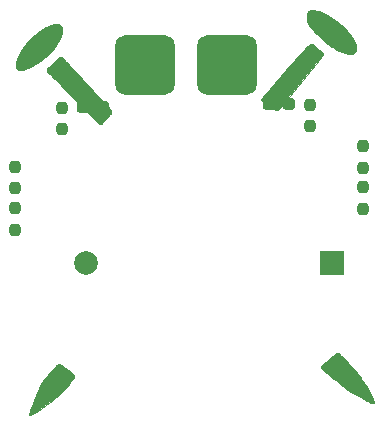
<source format=gbr>
%TF.GenerationSoftware,KiCad,Pcbnew,9.0.1*%
%TF.CreationDate,2025-05-12T23:40:56+02:00*%
%TF.ProjectId,knit_yarn,6b6e6974-5f79-4617-926e-2e6b69636164,rev?*%
%TF.SameCoordinates,Original*%
%TF.FileFunction,Soldermask,Bot*%
%TF.FilePolarity,Negative*%
%FSLAX46Y46*%
G04 Gerber Fmt 4.6, Leading zero omitted, Abs format (unit mm)*
G04 Created by KiCad (PCBNEW 9.0.1) date 2025-05-12 23:40:56*
%MOMM*%
%LPD*%
G01*
G04 APERTURE LIST*
G04 Aperture macros list*
%AMRoundRect*
0 Rectangle with rounded corners*
0 $1 Rounding radius*
0 $2 $3 $4 $5 $6 $7 $8 $9 X,Y pos of 4 corners*
0 Add a 4 corners polygon primitive as box body*
4,1,4,$2,$3,$4,$5,$6,$7,$8,$9,$2,$3,0*
0 Add four circle primitives for the rounded corners*
1,1,$1+$1,$2,$3*
1,1,$1+$1,$4,$5*
1,1,$1+$1,$6,$7*
1,1,$1+$1,$8,$9*
0 Add four rect primitives between the rounded corners*
20,1,$1+$1,$2,$3,$4,$5,0*
20,1,$1+$1,$4,$5,$6,$7,0*
20,1,$1+$1,$6,$7,$8,$9,0*
20,1,$1+$1,$8,$9,$2,$3,0*%
G04 Aperture macros list end*
%ADD10C,0.100000*%
%ADD11RoundRect,0.237500X0.237500X-0.250000X0.237500X0.250000X-0.237500X0.250000X-0.237500X-0.250000X0*%
%ADD12RoundRect,0.237500X0.287500X0.237500X-0.287500X0.237500X-0.287500X-0.237500X0.287500X-0.237500X0*%
%ADD13RoundRect,0.237500X-0.287500X-0.237500X0.287500X-0.237500X0.287500X0.237500X-0.287500X0.237500X0*%
%ADD14RoundRect,0.237500X0.035355X0.371231X-0.371231X-0.035355X-0.035355X-0.371231X0.371231X0.035355X0*%
%ADD15RoundRect,0.750000X1.750000X1.750000X-1.750000X1.750000X-1.750000X-1.750000X1.750000X-1.750000X0*%
%ADD16C,2.000000*%
%ADD17R,2.000000X2.000000*%
%ADD18RoundRect,0.237500X-0.237500X0.250000X-0.237500X-0.250000X0.237500X-0.250000X0.237500X0.250000X0*%
%ADD19RoundRect,0.237500X-0.371231X0.035355X0.035355X-0.371231X0.371231X-0.035355X-0.035355X0.371231X0*%
%ADD20RoundRect,0.237500X-0.035355X-0.371231X0.371231X0.035355X0.035355X0.371231X-0.371231X-0.035355X0*%
%ADD21RoundRect,0.237500X0.371231X-0.035355X-0.035355X0.371231X-0.371231X0.035355X0.035355X-0.371231X0*%
G04 APERTURE END LIST*
D10*
X88500000Y-73500000D02*
X88519383Y-73500893D01*
X88538290Y-73502375D01*
X88556766Y-73504433D01*
X88574861Y-73507057D01*
X88592620Y-73510235D01*
X88610090Y-73513954D01*
X88627319Y-73518203D01*
X88644353Y-73522971D01*
X88661240Y-73528245D01*
X88678027Y-73534014D01*
X88694745Y-73540271D01*
X88711375Y-73547023D01*
X88727880Y-73554282D01*
X88744226Y-73562059D01*
X88760377Y-73570366D01*
X88776298Y-73579215D01*
X88791955Y-73588618D01*
X88807310Y-73598586D01*
X88822331Y-73609131D01*
X88836980Y-73620265D01*
X88851223Y-73632000D01*
X88865026Y-73644348D01*
X88878351Y-73657320D01*
X88891165Y-73670927D01*
X88903432Y-73685183D01*
X88915117Y-73700098D01*
X88926189Y-73715679D01*
X88936634Y-73731917D01*
X88946441Y-73748801D01*
X88955600Y-73766314D01*
X88964102Y-73784446D01*
X88971936Y-73803181D01*
X88979092Y-73822507D01*
X88985560Y-73842410D01*
X88991330Y-73862877D01*
X88996392Y-73883894D01*
X89000736Y-73905449D01*
X89004352Y-73927527D01*
X89007229Y-73950115D01*
X89009358Y-73973200D01*
X89010729Y-73996768D01*
X89011332Y-74020806D01*
X89011140Y-74045311D01*
X89010159Y-74070326D01*
X89008372Y-74095905D01*
X89005765Y-74122101D01*
X89002321Y-74148969D01*
X88998025Y-74176561D01*
X88992862Y-74204931D01*
X88986816Y-74234134D01*
X88979872Y-74264222D01*
X88972014Y-74295250D01*
X88963227Y-74327272D01*
X88953495Y-74360340D01*
X88942803Y-74394510D01*
X88931135Y-74429833D01*
X88904810Y-74504159D01*
X88874394Y-74583596D01*
X88839737Y-74667824D01*
X88800677Y-74756374D01*
X88757054Y-74848776D01*
X88708707Y-74944561D01*
X88655473Y-75043258D01*
X88597193Y-75144398D01*
X88533704Y-75247512D01*
X88464846Y-75352165D01*
X88390458Y-75458065D01*
X88310380Y-75564958D01*
X88224450Y-75672590D01*
X88132506Y-75780705D01*
X88084229Y-75834864D01*
X88034388Y-75889048D01*
X87982963Y-75943226D01*
X87929934Y-75997365D01*
X87875281Y-76051434D01*
X87818983Y-76105401D01*
X87701507Y-76212860D01*
X87578005Y-76319285D01*
X87449107Y-76424179D01*
X87315445Y-76527046D01*
X87177649Y-76627389D01*
X87036349Y-76724713D01*
X86892177Y-76818521D01*
X86745762Y-76908316D01*
X86597948Y-76993538D01*
X86450431Y-77073377D01*
X86305115Y-77146961D01*
X86163907Y-77213417D01*
X86028713Y-77271873D01*
X85901437Y-77321457D01*
X85783987Y-77361296D01*
X85729541Y-77377288D01*
X85678267Y-77390517D01*
X85630341Y-77400929D01*
X85585699Y-77408693D01*
X85544214Y-77414030D01*
X85505762Y-77417164D01*
X85470215Y-77418319D01*
X85437448Y-77417717D01*
X85407336Y-77415582D01*
X85379753Y-77412136D01*
X85354572Y-77407602D01*
X85331667Y-77402205D01*
X85310914Y-77396166D01*
X85292186Y-77389710D01*
X85260302Y-77376435D01*
X85235008Y-77364166D01*
X85215310Y-77354223D01*
X85207266Y-77349974D01*
X85200270Y-77346037D01*
X85194207Y-77342280D01*
X85188962Y-77338575D01*
X85186609Y-77336701D01*
X85184417Y-77334793D01*
X85182372Y-77332832D01*
X85180458Y-77330804D01*
X85178662Y-77328692D01*
X85176969Y-77326480D01*
X85175365Y-77324152D01*
X85173835Y-77321691D01*
X85170938Y-77316308D01*
X85168164Y-77310203D01*
X85165397Y-77303244D01*
X85162520Y-77295305D01*
X85155977Y-77275965D01*
X85155980Y-77275961D01*
X85117035Y-77158702D01*
X85095738Y-77093790D01*
X85078091Y-77038863D01*
X85074670Y-77027871D01*
X85071717Y-77017927D01*
X85069244Y-77008793D01*
X85067263Y-77000227D01*
X85065785Y-76991991D01*
X85064822Y-76983844D01*
X85064386Y-76975545D01*
X85064488Y-76966856D01*
X85065141Y-76957536D01*
X85066356Y-76947345D01*
X85068145Y-76936043D01*
X85070519Y-76923390D01*
X85073491Y-76909147D01*
X85077072Y-76893072D01*
X85086107Y-76854471D01*
X85112325Y-76748377D01*
X85130139Y-76682043D01*
X85151536Y-76607924D01*
X85176853Y-76526825D01*
X85206425Y-76439552D01*
X85222911Y-76393852D01*
X85240587Y-76346910D01*
X85259495Y-76298827D01*
X85279676Y-76249704D01*
X85324073Y-76148598D01*
X85374350Y-76043694D01*
X85431122Y-75934953D01*
X85495008Y-75822332D01*
X85529812Y-75764555D01*
X85566626Y-75705793D01*
X85605527Y-75646040D01*
X85646593Y-75585293D01*
X85689901Y-75523546D01*
X85735527Y-75460794D01*
X85783549Y-75397031D01*
X85834045Y-75332253D01*
X85942411Y-75199915D01*
X86059488Y-75065162D01*
X86183787Y-74929659D01*
X86313816Y-74795068D01*
X86448087Y-74663055D01*
X86585110Y-74535283D01*
X86723395Y-74413417D01*
X86861453Y-74299120D01*
X86929943Y-74245290D01*
X86997893Y-74193734D01*
X87131728Y-74097300D01*
X87262073Y-74009538D01*
X87388042Y-73930164D01*
X87508749Y-73858898D01*
X87623309Y-73795457D01*
X87730836Y-73739558D01*
X87830445Y-73690921D01*
X87921512Y-73649222D01*
X88004472Y-73613966D01*
X88080022Y-73584616D01*
X88148861Y-73560635D01*
X88211686Y-73541486D01*
X88269197Y-73526632D01*
X88322091Y-73515537D01*
X88371065Y-73507663D01*
X88394294Y-73504777D01*
X88416764Y-73502551D01*
X88438523Y-73500971D01*
X88459617Y-73500028D01*
X88480094Y-73499708D01*
X88500000Y-73500000D01*
G36*
X88500000Y-73500000D02*
G01*
X88519383Y-73500893D01*
X88538290Y-73502375D01*
X88556766Y-73504433D01*
X88574861Y-73507057D01*
X88592620Y-73510235D01*
X88610090Y-73513954D01*
X88627319Y-73518203D01*
X88644353Y-73522971D01*
X88661240Y-73528245D01*
X88678027Y-73534014D01*
X88694745Y-73540271D01*
X88711375Y-73547023D01*
X88727880Y-73554282D01*
X88744226Y-73562059D01*
X88760377Y-73570366D01*
X88776298Y-73579215D01*
X88791955Y-73588618D01*
X88807310Y-73598586D01*
X88822331Y-73609131D01*
X88836980Y-73620265D01*
X88851223Y-73632000D01*
X88865026Y-73644348D01*
X88878351Y-73657320D01*
X88891165Y-73670927D01*
X88903432Y-73685183D01*
X88915117Y-73700098D01*
X88926189Y-73715679D01*
X88936634Y-73731917D01*
X88946441Y-73748801D01*
X88955600Y-73766314D01*
X88964102Y-73784446D01*
X88971936Y-73803181D01*
X88979092Y-73822507D01*
X88985560Y-73842410D01*
X88991330Y-73862877D01*
X88996392Y-73883894D01*
X89000736Y-73905449D01*
X89004352Y-73927527D01*
X89007229Y-73950115D01*
X89009358Y-73973200D01*
X89010729Y-73996768D01*
X89011332Y-74020806D01*
X89011140Y-74045311D01*
X89010159Y-74070326D01*
X89008372Y-74095905D01*
X89005765Y-74122101D01*
X89002321Y-74148969D01*
X88998025Y-74176561D01*
X88992862Y-74204931D01*
X88986816Y-74234134D01*
X88979872Y-74264222D01*
X88972014Y-74295250D01*
X88963227Y-74327272D01*
X88953495Y-74360340D01*
X88942803Y-74394510D01*
X88931135Y-74429833D01*
X88904810Y-74504159D01*
X88874394Y-74583596D01*
X88839737Y-74667824D01*
X88800677Y-74756374D01*
X88757054Y-74848776D01*
X88708707Y-74944561D01*
X88655473Y-75043258D01*
X88597193Y-75144398D01*
X88533704Y-75247512D01*
X88464846Y-75352165D01*
X88390458Y-75458065D01*
X88310380Y-75564958D01*
X88224450Y-75672590D01*
X88132506Y-75780705D01*
X88084229Y-75834864D01*
X88034388Y-75889048D01*
X87982963Y-75943226D01*
X87929934Y-75997365D01*
X87875281Y-76051434D01*
X87818983Y-76105401D01*
X87701507Y-76212860D01*
X87578005Y-76319285D01*
X87449107Y-76424179D01*
X87315445Y-76527046D01*
X87177649Y-76627389D01*
X87036349Y-76724713D01*
X86892177Y-76818521D01*
X86745762Y-76908316D01*
X86597948Y-76993538D01*
X86450431Y-77073377D01*
X86305115Y-77146961D01*
X86163907Y-77213417D01*
X86028713Y-77271873D01*
X85901437Y-77321457D01*
X85783987Y-77361296D01*
X85729541Y-77377288D01*
X85678267Y-77390517D01*
X85630341Y-77400929D01*
X85585699Y-77408693D01*
X85544214Y-77414030D01*
X85505762Y-77417164D01*
X85470215Y-77418319D01*
X85437448Y-77417717D01*
X85407336Y-77415582D01*
X85379753Y-77412136D01*
X85354572Y-77407602D01*
X85331667Y-77402205D01*
X85310914Y-77396166D01*
X85292186Y-77389710D01*
X85260302Y-77376435D01*
X85235008Y-77364166D01*
X85215310Y-77354223D01*
X85207266Y-77349974D01*
X85200270Y-77346037D01*
X85194207Y-77342280D01*
X85188962Y-77338575D01*
X85186609Y-77336701D01*
X85184417Y-77334793D01*
X85182372Y-77332832D01*
X85180458Y-77330804D01*
X85178662Y-77328692D01*
X85176969Y-77326480D01*
X85175365Y-77324152D01*
X85173835Y-77321691D01*
X85170938Y-77316308D01*
X85168164Y-77310203D01*
X85165397Y-77303244D01*
X85162520Y-77295305D01*
X85155977Y-77275965D01*
X85155980Y-77275961D01*
X85117035Y-77158702D01*
X85095738Y-77093790D01*
X85078091Y-77038863D01*
X85074670Y-77027871D01*
X85071717Y-77017927D01*
X85069244Y-77008793D01*
X85067263Y-77000227D01*
X85065785Y-76991991D01*
X85064822Y-76983844D01*
X85064386Y-76975545D01*
X85064488Y-76966856D01*
X85065141Y-76957536D01*
X85066356Y-76947345D01*
X85068145Y-76936043D01*
X85070519Y-76923390D01*
X85073491Y-76909147D01*
X85077072Y-76893072D01*
X85086107Y-76854471D01*
X85112325Y-76748377D01*
X85130139Y-76682043D01*
X85151536Y-76607924D01*
X85176853Y-76526825D01*
X85206425Y-76439552D01*
X85222911Y-76393852D01*
X85240587Y-76346910D01*
X85259495Y-76298827D01*
X85279676Y-76249704D01*
X85324073Y-76148598D01*
X85374350Y-76043694D01*
X85431122Y-75934953D01*
X85495008Y-75822332D01*
X85529812Y-75764555D01*
X85566626Y-75705793D01*
X85605527Y-75646040D01*
X85646593Y-75585293D01*
X85689901Y-75523546D01*
X85735527Y-75460794D01*
X85783549Y-75397031D01*
X85834045Y-75332253D01*
X85942411Y-75199915D01*
X86059488Y-75065162D01*
X86183787Y-74929659D01*
X86313816Y-74795068D01*
X86448087Y-74663055D01*
X86585110Y-74535283D01*
X86723395Y-74413417D01*
X86861453Y-74299120D01*
X86929943Y-74245290D01*
X86997893Y-74193734D01*
X87131728Y-74097300D01*
X87262073Y-74009538D01*
X87388042Y-73930164D01*
X87508749Y-73858898D01*
X87623309Y-73795457D01*
X87730836Y-73739558D01*
X87830445Y-73690921D01*
X87921512Y-73649222D01*
X88004472Y-73613966D01*
X88080022Y-73584616D01*
X88148861Y-73560635D01*
X88211686Y-73541486D01*
X88269197Y-73526632D01*
X88322091Y-73515537D01*
X88371065Y-73507663D01*
X88394294Y-73504777D01*
X88416764Y-73502551D01*
X88438523Y-73500971D01*
X88459617Y-73500028D01*
X88480094Y-73499708D01*
X88500000Y-73500000D01*
G37*
X88888774Y-76268025D02*
X88907385Y-76271926D01*
X88919250Y-76277386D01*
X88934143Y-76286565D01*
X88976981Y-76320210D01*
X89043831Y-76381130D01*
X89142627Y-76477592D01*
X89281301Y-76617865D01*
X89467785Y-76810218D01*
X89710013Y-77062917D01*
X91137436Y-78572518D01*
X91908917Y-79398083D01*
X92545967Y-80089004D01*
X92669496Y-80225288D01*
X92777314Y-80345939D01*
X92870224Y-80452265D01*
X92911338Y-80500464D01*
X92949024Y-80545572D01*
X92983384Y-80587752D01*
X93014516Y-80627168D01*
X93042521Y-80663982D01*
X93067500Y-80698359D01*
X93089551Y-80730461D01*
X93108775Y-80760453D01*
X93125272Y-80788497D01*
X93139143Y-80814757D01*
X93150487Y-80839395D01*
X93159404Y-80862577D01*
X93165994Y-80884465D01*
X93170357Y-80905221D01*
X93172594Y-80925011D01*
X93172804Y-80943997D01*
X93171088Y-80962342D01*
X93167545Y-80980210D01*
X93162276Y-80997764D01*
X93155380Y-81015168D01*
X93146958Y-81032586D01*
X93137110Y-81050179D01*
X93125935Y-81068112D01*
X93113534Y-81086549D01*
X93085453Y-81125585D01*
X93018493Y-81214414D01*
X92940205Y-81314771D01*
X92854079Y-81422296D01*
X92763604Y-81532626D01*
X92672270Y-81641398D01*
X92583566Y-81744252D01*
X92500982Y-81836824D01*
X92428008Y-81914752D01*
X92395934Y-81946821D01*
X92365882Y-81973343D01*
X92336599Y-81993523D01*
X92321853Y-82000986D01*
X92306830Y-82006565D01*
X92291372Y-82010161D01*
X92275324Y-82011675D01*
X92258527Y-82011006D01*
X92240825Y-82008056D01*
X92222063Y-82002726D01*
X92202082Y-81994914D01*
X92180727Y-81984524D01*
X92157841Y-81971454D01*
X92106848Y-81936880D01*
X92047851Y-81890396D01*
X91979595Y-81831209D01*
X91900828Y-81758521D01*
X91810296Y-81671538D01*
X91706746Y-81569466D01*
X91455579Y-81316868D01*
X89967870Y-79799235D01*
X88494765Y-78288476D01*
X88494761Y-78288476D01*
X88252014Y-78039274D01*
X88069426Y-77851640D01*
X87997949Y-77778038D01*
X87938221Y-77716381D01*
X87889143Y-77665518D01*
X87849619Y-77624301D01*
X87833097Y-77606950D01*
X87818552Y-77591580D01*
X87805846Y-77578046D01*
X87794843Y-77566206D01*
X87785406Y-77555915D01*
X87777396Y-77547030D01*
X87770678Y-77539407D01*
X87765114Y-77532902D01*
X87760567Y-77527373D01*
X87756899Y-77522674D01*
X87753974Y-77518663D01*
X87751654Y-77515195D01*
X87749803Y-77512128D01*
X87748282Y-77509317D01*
X87746955Y-77506619D01*
X87745685Y-77503890D01*
X87739976Y-77491410D01*
X87733478Y-77476635D01*
X87726687Y-77460061D01*
X87720094Y-77442185D01*
X87717027Y-77432914D01*
X87714195Y-77423503D01*
X87711660Y-77414016D01*
X87709484Y-77404513D01*
X87707727Y-77395057D01*
X87706453Y-77385709D01*
X87705723Y-77376533D01*
X87705598Y-77367590D01*
X87706178Y-77358896D01*
X87707607Y-77350274D01*
X87710063Y-77341501D01*
X87713723Y-77332353D01*
X87718766Y-77322608D01*
X87725369Y-77312043D01*
X87733710Y-77300434D01*
X87743967Y-77287558D01*
X87756319Y-77273192D01*
X87770942Y-77257113D01*
X87807714Y-77218924D01*
X87855708Y-77171205D01*
X87916347Y-77112171D01*
X88074766Y-76959853D01*
X88261963Y-76781873D01*
X88450449Y-76604966D01*
X88612737Y-76455868D01*
X88646101Y-76425974D01*
X88676322Y-76399314D01*
X88703614Y-76375715D01*
X88728189Y-76355002D01*
X88750261Y-76337000D01*
X88770042Y-76321535D01*
X88787746Y-76308432D01*
X88795886Y-76302712D01*
X88803587Y-76297517D01*
X88810874Y-76292825D01*
X88817776Y-76288615D01*
X88824318Y-76284865D01*
X88830527Y-76281553D01*
X88836430Y-76278657D01*
X88842053Y-76276155D01*
X88847424Y-76274025D01*
X88852568Y-76272247D01*
X88857513Y-76270797D01*
X88862285Y-76269654D01*
X88866910Y-76268797D01*
X88871416Y-76268203D01*
X88875828Y-76267850D01*
X88880174Y-76267718D01*
X88888774Y-76268025D01*
G36*
X88888774Y-76268025D02*
G01*
X88907385Y-76271926D01*
X88919250Y-76277386D01*
X88934143Y-76286565D01*
X88976981Y-76320210D01*
X89043831Y-76381130D01*
X89142627Y-76477592D01*
X89281301Y-76617865D01*
X89467785Y-76810218D01*
X89710013Y-77062917D01*
X91137436Y-78572518D01*
X91908917Y-79398083D01*
X92545967Y-80089004D01*
X92669496Y-80225288D01*
X92777314Y-80345939D01*
X92870224Y-80452265D01*
X92911338Y-80500464D01*
X92949024Y-80545572D01*
X92983384Y-80587752D01*
X93014516Y-80627168D01*
X93042521Y-80663982D01*
X93067500Y-80698359D01*
X93089551Y-80730461D01*
X93108775Y-80760453D01*
X93125272Y-80788497D01*
X93139143Y-80814757D01*
X93150487Y-80839395D01*
X93159404Y-80862577D01*
X93165994Y-80884465D01*
X93170357Y-80905221D01*
X93172594Y-80925011D01*
X93172804Y-80943997D01*
X93171088Y-80962342D01*
X93167545Y-80980210D01*
X93162276Y-80997764D01*
X93155380Y-81015168D01*
X93146958Y-81032586D01*
X93137110Y-81050179D01*
X93125935Y-81068112D01*
X93113534Y-81086549D01*
X93085453Y-81125585D01*
X93018493Y-81214414D01*
X92940205Y-81314771D01*
X92854079Y-81422296D01*
X92763604Y-81532626D01*
X92672270Y-81641398D01*
X92583566Y-81744252D01*
X92500982Y-81836824D01*
X92428008Y-81914752D01*
X92395934Y-81946821D01*
X92365882Y-81973343D01*
X92336599Y-81993523D01*
X92321853Y-82000986D01*
X92306830Y-82006565D01*
X92291372Y-82010161D01*
X92275324Y-82011675D01*
X92258527Y-82011006D01*
X92240825Y-82008056D01*
X92222063Y-82002726D01*
X92202082Y-81994914D01*
X92180727Y-81984524D01*
X92157841Y-81971454D01*
X92106848Y-81936880D01*
X92047851Y-81890396D01*
X91979595Y-81831209D01*
X91900828Y-81758521D01*
X91810296Y-81671538D01*
X91706746Y-81569466D01*
X91455579Y-81316868D01*
X89967870Y-79799235D01*
X88494765Y-78288476D01*
X88494761Y-78288476D01*
X88252014Y-78039274D01*
X88069426Y-77851640D01*
X87997949Y-77778038D01*
X87938221Y-77716381D01*
X87889143Y-77665518D01*
X87849619Y-77624301D01*
X87833097Y-77606950D01*
X87818552Y-77591580D01*
X87805846Y-77578046D01*
X87794843Y-77566206D01*
X87785406Y-77555915D01*
X87777396Y-77547030D01*
X87770678Y-77539407D01*
X87765114Y-77532902D01*
X87760567Y-77527373D01*
X87756899Y-77522674D01*
X87753974Y-77518663D01*
X87751654Y-77515195D01*
X87749803Y-77512128D01*
X87748282Y-77509317D01*
X87746955Y-77506619D01*
X87745685Y-77503890D01*
X87739976Y-77491410D01*
X87733478Y-77476635D01*
X87726687Y-77460061D01*
X87720094Y-77442185D01*
X87717027Y-77432914D01*
X87714195Y-77423503D01*
X87711660Y-77414016D01*
X87709484Y-77404513D01*
X87707727Y-77395057D01*
X87706453Y-77385709D01*
X87705723Y-77376533D01*
X87705598Y-77367590D01*
X87706178Y-77358896D01*
X87707607Y-77350274D01*
X87710063Y-77341501D01*
X87713723Y-77332353D01*
X87718766Y-77322608D01*
X87725369Y-77312043D01*
X87733710Y-77300434D01*
X87743967Y-77287558D01*
X87756319Y-77273192D01*
X87770942Y-77257113D01*
X87807714Y-77218924D01*
X87855708Y-77171205D01*
X87916347Y-77112171D01*
X88074766Y-76959853D01*
X88261963Y-76781873D01*
X88450449Y-76604966D01*
X88612737Y-76455868D01*
X88646101Y-76425974D01*
X88676322Y-76399314D01*
X88703614Y-76375715D01*
X88728189Y-76355002D01*
X88750261Y-76337000D01*
X88770042Y-76321535D01*
X88787746Y-76308432D01*
X88795886Y-76302712D01*
X88803587Y-76297517D01*
X88810874Y-76292825D01*
X88817776Y-76288615D01*
X88824318Y-76284865D01*
X88830527Y-76281553D01*
X88836430Y-76278657D01*
X88842053Y-76276155D01*
X88847424Y-76274025D01*
X88852568Y-76272247D01*
X88857513Y-76270797D01*
X88862285Y-76269654D01*
X88866910Y-76268797D01*
X88871416Y-76268203D01*
X88875828Y-76267850D01*
X88880174Y-76267718D01*
X88888774Y-76268025D01*
G37*
X110100690Y-72352355D02*
X110117010Y-72352504D01*
X110167687Y-72353099D01*
X110167691Y-72353107D01*
X110247490Y-72354449D01*
X110296243Y-72355868D01*
X110349089Y-72358087D01*
X110404674Y-72361331D01*
X110461642Y-72365824D01*
X110518637Y-72371791D01*
X110574303Y-72379458D01*
X110601255Y-72383995D01*
X110627609Y-72389011D01*
X110653439Y-72394504D01*
X110678820Y-72400470D01*
X110703825Y-72406906D01*
X110728528Y-72413808D01*
X110777323Y-72428997D01*
X110825796Y-72446012D01*
X110874538Y-72464825D01*
X110924139Y-72485410D01*
X110975191Y-72507741D01*
X111028275Y-72531865D01*
X111083948Y-72558137D01*
X111142763Y-72586986D01*
X111205269Y-72618842D01*
X111272017Y-72654134D01*
X111343556Y-72693292D01*
X111420437Y-72736746D01*
X111503210Y-72784924D01*
X111592115Y-72838062D01*
X111686133Y-72895616D01*
X111783935Y-72956847D01*
X111884194Y-73021017D01*
X111985580Y-73087388D01*
X112086764Y-73155223D01*
X112186419Y-73223783D01*
X112283215Y-73292330D01*
X112376120Y-73360318D01*
X112465279Y-73427970D01*
X112551135Y-73495701D01*
X112634132Y-73563930D01*
X112714713Y-73633071D01*
X112793321Y-73703541D01*
X112870398Y-73775756D01*
X112946389Y-73850133D01*
X113021600Y-73926955D01*
X113095790Y-74005978D01*
X113168585Y-74086826D01*
X113239607Y-74169123D01*
X113308482Y-74252494D01*
X113374833Y-74336563D01*
X113438285Y-74420955D01*
X113498463Y-74505293D01*
X113555027Y-74589227D01*
X113607793Y-74672502D01*
X113656612Y-74754891D01*
X113701338Y-74836165D01*
X113741822Y-74916097D01*
X113777918Y-74994459D01*
X113809476Y-75071023D01*
X113823508Y-75108559D01*
X113836350Y-75145560D01*
X113847994Y-75181994D01*
X113858464Y-75217816D01*
X113867798Y-75252976D01*
X113876028Y-75287427D01*
X113883192Y-75321119D01*
X113889323Y-75354004D01*
X113894458Y-75386033D01*
X113898632Y-75417158D01*
X113901879Y-75447331D01*
X113904235Y-75476501D01*
X113905735Y-75504621D01*
X113906415Y-75531643D01*
X113906310Y-75557516D01*
X113905454Y-75582194D01*
X113903884Y-75605626D01*
X113901635Y-75627766D01*
X113898738Y-75648586D01*
X113895226Y-75668152D01*
X113891128Y-75686554D01*
X113886471Y-75703881D01*
X113881284Y-75720221D01*
X113875596Y-75735663D01*
X113869435Y-75750296D01*
X113862830Y-75764210D01*
X113855809Y-75777493D01*
X113848400Y-75790234D01*
X113840633Y-75802522D01*
X113832535Y-75814445D01*
X113815460Y-75837556D01*
X113797406Y-75860277D01*
X113778530Y-75883134D01*
X113758714Y-75905896D01*
X113748395Y-75917112D01*
X113737771Y-75928148D01*
X113726818Y-75938952D01*
X113715513Y-75949473D01*
X113703832Y-75959658D01*
X113691751Y-75969456D01*
X113679248Y-75978814D01*
X113666298Y-75987681D01*
X113652878Y-75996004D01*
X113638965Y-76003731D01*
X113624536Y-76010812D01*
X113609566Y-76017192D01*
X113594033Y-76022834D01*
X113577922Y-76027747D01*
X113561216Y-76031955D01*
X113543902Y-76035483D01*
X113525964Y-76038352D01*
X113507386Y-76040588D01*
X113488154Y-76042212D01*
X113468253Y-76043250D01*
X113447667Y-76043723D01*
X113426382Y-76043656D01*
X113404381Y-76043073D01*
X113381651Y-76041996D01*
X113358176Y-76040449D01*
X113333941Y-76038456D01*
X113283129Y-76033224D01*
X113229113Y-76026413D01*
X113171849Y-76017816D01*
X113111310Y-76007152D01*
X113047469Y-75994138D01*
X112980299Y-75978494D01*
X112909773Y-75959937D01*
X112835864Y-75938186D01*
X112758545Y-75912959D01*
X112677814Y-75883993D01*
X112593769Y-75851108D01*
X112506530Y-75814143D01*
X112416218Y-75772936D01*
X112322953Y-75727327D01*
X112226855Y-75677154D01*
X112128045Y-75622256D01*
X112026644Y-75562472D01*
X111922773Y-75497654D01*
X111816555Y-75427710D01*
X111708108Y-75352558D01*
X111597555Y-75272117D01*
X111485014Y-75186308D01*
X111370608Y-75095049D01*
X111254456Y-74998259D01*
X111136679Y-74895858D01*
X111017602Y-74788086D01*
X110898351Y-74676462D01*
X110780255Y-74562825D01*
X110664641Y-74449014D01*
X110446179Y-74228225D01*
X110253594Y-74028804D01*
X110170043Y-73941115D01*
X110095245Y-73860755D01*
X110028822Y-73786033D01*
X109998634Y-73750257D01*
X109970399Y-73715257D01*
X109944070Y-73680820D01*
X109919600Y-73646736D01*
X109896942Y-73612792D01*
X109876049Y-73578778D01*
X109856875Y-73544482D01*
X109839371Y-73509692D01*
X109823491Y-73474198D01*
X109809189Y-73437787D01*
X109796414Y-73400314D01*
X109785104Y-73361887D01*
X109775198Y-73322682D01*
X109766631Y-73282873D01*
X109759339Y-73242635D01*
X109753258Y-73202142D01*
X109748325Y-73161569D01*
X109744476Y-73121089D01*
X109741647Y-73080878D01*
X109739774Y-73041110D01*
X109738643Y-72963600D01*
X109740572Y-72889956D01*
X109745051Y-72821574D01*
X109748093Y-72789755D01*
X109751614Y-72759551D01*
X109755580Y-72730915D01*
X109759961Y-72703797D01*
X109764724Y-72678148D01*
X109769837Y-72653921D01*
X109775269Y-72631066D01*
X109780988Y-72609535D01*
X109786962Y-72589279D01*
X109793158Y-72570250D01*
X109806094Y-72535676D01*
X109819541Y-72505424D01*
X109833243Y-72479105D01*
X109840116Y-72467300D01*
X109846997Y-72456345D01*
X109853890Y-72446202D01*
X109860804Y-72436833D01*
X109867744Y-72428203D01*
X109874718Y-72420275D01*
X109881733Y-72413010D01*
X109888794Y-72406373D01*
X109895909Y-72400327D01*
X109903084Y-72394834D01*
X109910327Y-72389858D01*
X109917644Y-72385362D01*
X109925041Y-72381308D01*
X109932525Y-72377661D01*
X109940104Y-72374382D01*
X109947783Y-72371436D01*
X109955562Y-72368788D01*
X109963407Y-72366419D01*
X109971280Y-72364312D01*
X109979139Y-72362450D01*
X109986944Y-72360817D01*
X109994655Y-72359395D01*
X110009634Y-72357119D01*
X110023753Y-72355486D01*
X110036691Y-72354361D01*
X110057736Y-72353099D01*
X110065469Y-72352752D01*
X110072342Y-72352504D01*
X110079645Y-72352355D01*
X110088664Y-72352306D01*
X110100690Y-72352355D01*
G36*
X110100690Y-72352355D02*
G01*
X110117010Y-72352504D01*
X110167687Y-72353099D01*
X110167691Y-72353107D01*
X110247490Y-72354449D01*
X110296243Y-72355868D01*
X110349089Y-72358087D01*
X110404674Y-72361331D01*
X110461642Y-72365824D01*
X110518637Y-72371791D01*
X110574303Y-72379458D01*
X110601255Y-72383995D01*
X110627609Y-72389011D01*
X110653439Y-72394504D01*
X110678820Y-72400470D01*
X110703825Y-72406906D01*
X110728528Y-72413808D01*
X110777323Y-72428997D01*
X110825796Y-72446012D01*
X110874538Y-72464825D01*
X110924139Y-72485410D01*
X110975191Y-72507741D01*
X111028275Y-72531865D01*
X111083948Y-72558137D01*
X111142763Y-72586986D01*
X111205269Y-72618842D01*
X111272017Y-72654134D01*
X111343556Y-72693292D01*
X111420437Y-72736746D01*
X111503210Y-72784924D01*
X111592115Y-72838062D01*
X111686133Y-72895616D01*
X111783935Y-72956847D01*
X111884194Y-73021017D01*
X111985580Y-73087388D01*
X112086764Y-73155223D01*
X112186419Y-73223783D01*
X112283215Y-73292330D01*
X112376120Y-73360318D01*
X112465279Y-73427970D01*
X112551135Y-73495701D01*
X112634132Y-73563930D01*
X112714713Y-73633071D01*
X112793321Y-73703541D01*
X112870398Y-73775756D01*
X112946389Y-73850133D01*
X113021600Y-73926955D01*
X113095790Y-74005978D01*
X113168585Y-74086826D01*
X113239607Y-74169123D01*
X113308482Y-74252494D01*
X113374833Y-74336563D01*
X113438285Y-74420955D01*
X113498463Y-74505293D01*
X113555027Y-74589227D01*
X113607793Y-74672502D01*
X113656612Y-74754891D01*
X113701338Y-74836165D01*
X113741822Y-74916097D01*
X113777918Y-74994459D01*
X113809476Y-75071023D01*
X113823508Y-75108559D01*
X113836350Y-75145560D01*
X113847994Y-75181994D01*
X113858464Y-75217816D01*
X113867798Y-75252976D01*
X113876028Y-75287427D01*
X113883192Y-75321119D01*
X113889323Y-75354004D01*
X113894458Y-75386033D01*
X113898632Y-75417158D01*
X113901879Y-75447331D01*
X113904235Y-75476501D01*
X113905735Y-75504621D01*
X113906415Y-75531643D01*
X113906310Y-75557516D01*
X113905454Y-75582194D01*
X113903884Y-75605626D01*
X113901635Y-75627766D01*
X113898738Y-75648586D01*
X113895226Y-75668152D01*
X113891128Y-75686554D01*
X113886471Y-75703881D01*
X113881284Y-75720221D01*
X113875596Y-75735663D01*
X113869435Y-75750296D01*
X113862830Y-75764210D01*
X113855809Y-75777493D01*
X113848400Y-75790234D01*
X113840633Y-75802522D01*
X113832535Y-75814445D01*
X113815460Y-75837556D01*
X113797406Y-75860277D01*
X113778530Y-75883134D01*
X113758714Y-75905896D01*
X113748395Y-75917112D01*
X113737771Y-75928148D01*
X113726818Y-75938952D01*
X113715513Y-75949473D01*
X113703832Y-75959658D01*
X113691751Y-75969456D01*
X113679248Y-75978814D01*
X113666298Y-75987681D01*
X113652878Y-75996004D01*
X113638965Y-76003731D01*
X113624536Y-76010812D01*
X113609566Y-76017192D01*
X113594033Y-76022834D01*
X113577922Y-76027747D01*
X113561216Y-76031955D01*
X113543902Y-76035483D01*
X113525964Y-76038352D01*
X113507386Y-76040588D01*
X113488154Y-76042212D01*
X113468253Y-76043250D01*
X113447667Y-76043723D01*
X113426382Y-76043656D01*
X113404381Y-76043073D01*
X113381651Y-76041996D01*
X113358176Y-76040449D01*
X113333941Y-76038456D01*
X113283129Y-76033224D01*
X113229113Y-76026413D01*
X113171849Y-76017816D01*
X113111310Y-76007152D01*
X113047469Y-75994138D01*
X112980299Y-75978494D01*
X112909773Y-75959937D01*
X112835864Y-75938186D01*
X112758545Y-75912959D01*
X112677814Y-75883993D01*
X112593769Y-75851108D01*
X112506530Y-75814143D01*
X112416218Y-75772936D01*
X112322953Y-75727327D01*
X112226855Y-75677154D01*
X112128045Y-75622256D01*
X112026644Y-75562472D01*
X111922773Y-75497654D01*
X111816555Y-75427710D01*
X111708108Y-75352558D01*
X111597555Y-75272117D01*
X111485014Y-75186308D01*
X111370608Y-75095049D01*
X111254456Y-74998259D01*
X111136679Y-74895858D01*
X111017602Y-74788086D01*
X110898351Y-74676462D01*
X110780255Y-74562825D01*
X110664641Y-74449014D01*
X110446179Y-74228225D01*
X110253594Y-74028804D01*
X110170043Y-73941115D01*
X110095245Y-73860755D01*
X110028822Y-73786033D01*
X109998634Y-73750257D01*
X109970399Y-73715257D01*
X109944070Y-73680820D01*
X109919600Y-73646736D01*
X109896942Y-73612792D01*
X109876049Y-73578778D01*
X109856875Y-73544482D01*
X109839371Y-73509692D01*
X109823491Y-73474198D01*
X109809189Y-73437787D01*
X109796414Y-73400314D01*
X109785104Y-73361887D01*
X109775198Y-73322682D01*
X109766631Y-73282873D01*
X109759339Y-73242635D01*
X109753258Y-73202142D01*
X109748325Y-73161569D01*
X109744476Y-73121089D01*
X109741647Y-73080878D01*
X109739774Y-73041110D01*
X109738643Y-72963600D01*
X109740572Y-72889956D01*
X109745051Y-72821574D01*
X109748093Y-72789755D01*
X109751614Y-72759551D01*
X109755580Y-72730915D01*
X109759961Y-72703797D01*
X109764724Y-72678148D01*
X109769837Y-72653921D01*
X109775269Y-72631066D01*
X109780988Y-72609535D01*
X109786962Y-72589279D01*
X109793158Y-72570250D01*
X109806094Y-72535676D01*
X109819541Y-72505424D01*
X109833243Y-72479105D01*
X109840116Y-72467300D01*
X109846997Y-72456345D01*
X109853890Y-72446202D01*
X109860804Y-72436833D01*
X109867744Y-72428203D01*
X109874718Y-72420275D01*
X109881733Y-72413010D01*
X109888794Y-72406373D01*
X109895909Y-72400327D01*
X109903084Y-72394834D01*
X109910327Y-72389858D01*
X109917644Y-72385362D01*
X109925041Y-72381308D01*
X109932525Y-72377661D01*
X109940104Y-72374382D01*
X109947783Y-72371436D01*
X109955562Y-72368788D01*
X109963407Y-72366419D01*
X109971280Y-72364312D01*
X109979139Y-72362450D01*
X109986944Y-72360817D01*
X109994655Y-72359395D01*
X110009634Y-72357119D01*
X110023753Y-72355486D01*
X110036691Y-72354361D01*
X110057736Y-72353099D01*
X110065469Y-72352752D01*
X110072342Y-72352504D01*
X110079645Y-72352355D01*
X110088664Y-72352306D01*
X110100690Y-72352355D01*
G37*
X110105410Y-75180172D02*
X110112725Y-75180681D01*
X110119907Y-75181608D01*
X110133938Y-75184654D01*
X110147641Y-75189184D01*
X110161153Y-75195076D01*
X110174612Y-75202205D01*
X110188158Y-75210447D01*
X110201926Y-75219678D01*
X110230687Y-75240612D01*
X110295085Y-75289887D01*
X110367254Y-75347026D01*
X110444766Y-75410017D01*
X110525190Y-75476847D01*
X110606097Y-75545503D01*
X110685059Y-75613970D01*
X110759646Y-75680237D01*
X110827429Y-75742289D01*
X110858073Y-75771157D01*
X110886485Y-75798524D01*
X110912743Y-75824443D01*
X110936923Y-75848972D01*
X110959104Y-75872166D01*
X110979362Y-75894079D01*
X110997774Y-75914767D01*
X111014418Y-75934286D01*
X111029371Y-75952690D01*
X111042709Y-75970036D01*
X111054510Y-75986379D01*
X111064851Y-76001774D01*
X111073809Y-76016276D01*
X111081462Y-76029941D01*
X111087886Y-76042824D01*
X111093159Y-76054980D01*
X111097206Y-76066649D01*
X111099335Y-76078799D01*
X111098702Y-76092583D01*
X111094464Y-76109154D01*
X111085777Y-76129665D01*
X111071796Y-76155268D01*
X111051678Y-76187115D01*
X111024578Y-76226360D01*
X110946060Y-76331653D01*
X110829488Y-76480368D01*
X110455181Y-76944945D01*
X107905571Y-80076404D01*
X107692132Y-80337309D01*
X107604224Y-80443095D01*
X107527228Y-80533585D01*
X107492441Y-80573362D01*
X107459924Y-80609638D01*
X107429524Y-80642520D01*
X107401090Y-80672116D01*
X107374467Y-80698533D01*
X107349503Y-80721879D01*
X107326047Y-80742261D01*
X107303944Y-80759788D01*
X107283043Y-80774566D01*
X107263190Y-80786704D01*
X107244233Y-80796308D01*
X107226020Y-80803487D01*
X107217145Y-80806201D01*
X107208397Y-80808348D01*
X107199760Y-80809943D01*
X107191213Y-80810999D01*
X107182737Y-80811529D01*
X107174313Y-80811546D01*
X107157547Y-80810099D01*
X107140760Y-80806764D01*
X107123800Y-80801649D01*
X107106515Y-80794861D01*
X107088752Y-80786509D01*
X107070358Y-80776699D01*
X107051181Y-80765540D01*
X107009865Y-80739602D01*
X106913590Y-80675779D01*
X106802536Y-80599486D01*
X106556441Y-80425333D01*
X106110743Y-80101620D01*
X106110728Y-80101616D01*
X106037355Y-80047905D01*
X106007665Y-80026126D01*
X105982204Y-80007389D01*
X105960644Y-79991437D01*
X105951224Y-79984425D01*
X105942658Y-79978013D01*
X105934903Y-79972169D01*
X105927918Y-79966862D01*
X105921664Y-79962057D01*
X105916098Y-79957725D01*
X105911181Y-79953832D01*
X105906871Y-79950347D01*
X105903127Y-79947237D01*
X105899909Y-79944470D01*
X105897175Y-79942015D01*
X105895978Y-79940894D01*
X105894885Y-79939839D01*
X105893894Y-79938846D01*
X105892998Y-79937910D01*
X105892193Y-79937028D01*
X105891473Y-79936196D01*
X105890833Y-79935410D01*
X105890268Y-79934665D01*
X105889773Y-79933958D01*
X105889344Y-79933284D01*
X105888974Y-79932641D01*
X105888658Y-79932023D01*
X105888393Y-79931427D01*
X105888171Y-79930848D01*
X105887990Y-79930283D01*
X105887842Y-79929727D01*
X105887629Y-79928629D01*
X105887491Y-79927522D01*
X105887389Y-79926372D01*
X105886935Y-79921068D01*
X105886536Y-79914649D01*
X105886351Y-79907184D01*
X105886542Y-79898738D01*
X105886828Y-79894169D01*
X105887268Y-79889380D01*
X105887883Y-79884380D01*
X105888691Y-79879176D01*
X105889714Y-79873778D01*
X105890971Y-79868194D01*
X105892482Y-79862432D01*
X105894268Y-79856501D01*
X105899987Y-79842690D01*
X105914456Y-79819456D01*
X105945247Y-79778022D01*
X105999929Y-79709608D01*
X106211251Y-79456729D01*
X106608984Y-78990593D01*
X107962244Y-77423583D01*
X108703839Y-76575380D01*
X109325821Y-75876317D01*
X109448810Y-75741213D01*
X109557788Y-75623452D01*
X109607369Y-75570766D01*
X109653861Y-75522044D01*
X109697402Y-75477163D01*
X109738131Y-75435997D01*
X109776186Y-75398424D01*
X109811704Y-75364319D01*
X109844824Y-75333558D01*
X109875683Y-75306018D01*
X109904419Y-75281574D01*
X109931171Y-75260103D01*
X109956077Y-75241480D01*
X109979274Y-75225582D01*
X110000901Y-75212284D01*
X110021095Y-75201464D01*
X110039995Y-75192996D01*
X110049003Y-75189605D01*
X110057739Y-75186756D01*
X110066220Y-75184434D01*
X110074463Y-75182622D01*
X110082487Y-75181305D01*
X110090308Y-75180468D01*
X110097943Y-75180096D01*
X110105410Y-75180172D01*
G36*
X110105410Y-75180172D02*
G01*
X110112725Y-75180681D01*
X110119907Y-75181608D01*
X110133938Y-75184654D01*
X110147641Y-75189184D01*
X110161153Y-75195076D01*
X110174612Y-75202205D01*
X110188158Y-75210447D01*
X110201926Y-75219678D01*
X110230687Y-75240612D01*
X110295085Y-75289887D01*
X110367254Y-75347026D01*
X110444766Y-75410017D01*
X110525190Y-75476847D01*
X110606097Y-75545503D01*
X110685059Y-75613970D01*
X110759646Y-75680237D01*
X110827429Y-75742289D01*
X110858073Y-75771157D01*
X110886485Y-75798524D01*
X110912743Y-75824443D01*
X110936923Y-75848972D01*
X110959104Y-75872166D01*
X110979362Y-75894079D01*
X110997774Y-75914767D01*
X111014418Y-75934286D01*
X111029371Y-75952690D01*
X111042709Y-75970036D01*
X111054510Y-75986379D01*
X111064851Y-76001774D01*
X111073809Y-76016276D01*
X111081462Y-76029941D01*
X111087886Y-76042824D01*
X111093159Y-76054980D01*
X111097206Y-76066649D01*
X111099335Y-76078799D01*
X111098702Y-76092583D01*
X111094464Y-76109154D01*
X111085777Y-76129665D01*
X111071796Y-76155268D01*
X111051678Y-76187115D01*
X111024578Y-76226360D01*
X110946060Y-76331653D01*
X110829488Y-76480368D01*
X110455181Y-76944945D01*
X107905571Y-80076404D01*
X107692132Y-80337309D01*
X107604224Y-80443095D01*
X107527228Y-80533585D01*
X107492441Y-80573362D01*
X107459924Y-80609638D01*
X107429524Y-80642520D01*
X107401090Y-80672116D01*
X107374467Y-80698533D01*
X107349503Y-80721879D01*
X107326047Y-80742261D01*
X107303944Y-80759788D01*
X107283043Y-80774566D01*
X107263190Y-80786704D01*
X107244233Y-80796308D01*
X107226020Y-80803487D01*
X107217145Y-80806201D01*
X107208397Y-80808348D01*
X107199760Y-80809943D01*
X107191213Y-80810999D01*
X107182737Y-80811529D01*
X107174313Y-80811546D01*
X107157547Y-80810099D01*
X107140760Y-80806764D01*
X107123800Y-80801649D01*
X107106515Y-80794861D01*
X107088752Y-80786509D01*
X107070358Y-80776699D01*
X107051181Y-80765540D01*
X107009865Y-80739602D01*
X106913590Y-80675779D01*
X106802536Y-80599486D01*
X106556441Y-80425333D01*
X106110743Y-80101620D01*
X106110728Y-80101616D01*
X106037355Y-80047905D01*
X106007665Y-80026126D01*
X105982204Y-80007389D01*
X105960644Y-79991437D01*
X105951224Y-79984425D01*
X105942658Y-79978013D01*
X105934903Y-79972169D01*
X105927918Y-79966862D01*
X105921664Y-79962057D01*
X105916098Y-79957725D01*
X105911181Y-79953832D01*
X105906871Y-79950347D01*
X105903127Y-79947237D01*
X105899909Y-79944470D01*
X105897175Y-79942015D01*
X105895978Y-79940894D01*
X105894885Y-79939839D01*
X105893894Y-79938846D01*
X105892998Y-79937910D01*
X105892193Y-79937028D01*
X105891473Y-79936196D01*
X105890833Y-79935410D01*
X105890268Y-79934665D01*
X105889773Y-79933958D01*
X105889344Y-79933284D01*
X105888974Y-79932641D01*
X105888658Y-79932023D01*
X105888393Y-79931427D01*
X105888171Y-79930848D01*
X105887990Y-79930283D01*
X105887842Y-79929727D01*
X105887629Y-79928629D01*
X105887491Y-79927522D01*
X105887389Y-79926372D01*
X105886935Y-79921068D01*
X105886536Y-79914649D01*
X105886351Y-79907184D01*
X105886542Y-79898738D01*
X105886828Y-79894169D01*
X105887268Y-79889380D01*
X105887883Y-79884380D01*
X105888691Y-79879176D01*
X105889714Y-79873778D01*
X105890971Y-79868194D01*
X105892482Y-79862432D01*
X105894268Y-79856501D01*
X105899987Y-79842690D01*
X105914456Y-79819456D01*
X105945247Y-79778022D01*
X105999929Y-79709608D01*
X106211251Y-79456729D01*
X106608984Y-78990593D01*
X107962244Y-77423583D01*
X108703839Y-76575380D01*
X109325821Y-75876317D01*
X109448810Y-75741213D01*
X109557788Y-75623452D01*
X109607369Y-75570766D01*
X109653861Y-75522044D01*
X109697402Y-75477163D01*
X109738131Y-75435997D01*
X109776186Y-75398424D01*
X109811704Y-75364319D01*
X109844824Y-75333558D01*
X109875683Y-75306018D01*
X109904419Y-75281574D01*
X109931171Y-75260103D01*
X109956077Y-75241480D01*
X109979274Y-75225582D01*
X110000901Y-75212284D01*
X110021095Y-75201464D01*
X110039995Y-75192996D01*
X110049003Y-75189605D01*
X110057739Y-75186756D01*
X110066220Y-75184434D01*
X110074463Y-75182622D01*
X110082487Y-75181305D01*
X110090308Y-75180468D01*
X110097943Y-75180096D01*
X110105410Y-75180172D01*
G37*
X112305252Y-101343925D02*
X112312597Y-101344798D01*
X112326979Y-101348123D01*
X112341225Y-101353390D01*
X112355667Y-101360402D01*
X112370632Y-101368959D01*
X112386409Y-101378905D01*
X112403105Y-101390248D01*
X112420789Y-101403039D01*
X112439526Y-101417326D01*
X112459383Y-101433161D01*
X112480426Y-101450593D01*
X112502722Y-101469671D01*
X112526337Y-101490446D01*
X112577792Y-101537285D01*
X112635321Y-101591508D01*
X112699456Y-101653514D01*
X112770729Y-101723701D01*
X112934039Y-101887645D01*
X113115647Y-102073682D01*
X113303177Y-102269590D01*
X113484255Y-102463142D01*
X113568861Y-102555595D01*
X113649337Y-102645144D01*
X113726264Y-102732527D01*
X113800219Y-102818487D01*
X113871783Y-102903764D01*
X113941535Y-102989097D01*
X114010053Y-103075228D01*
X114077917Y-103162897D01*
X114145576Y-103252650D01*
X114212969Y-103344243D01*
X114279906Y-103437241D01*
X114346198Y-103531205D01*
X114476087Y-103720293D01*
X114601116Y-103908016D01*
X114719857Y-104091319D01*
X114831233Y-104268929D01*
X114883850Y-104355338D01*
X114934256Y-104440010D01*
X114982327Y-104522839D01*
X115027939Y-104603723D01*
X115070978Y-104682521D01*
X115111359Y-104758947D01*
X115149007Y-104832677D01*
X115183845Y-104903388D01*
X115215799Y-104970759D01*
X115244791Y-105034466D01*
X115270746Y-105094187D01*
X115293589Y-105149599D01*
X115313290Y-105200487D01*
X115330020Y-105247077D01*
X115343998Y-105289700D01*
X115355443Y-105328688D01*
X115364572Y-105364372D01*
X115371604Y-105397086D01*
X115376758Y-105427162D01*
X115380251Y-105454931D01*
X115381434Y-105468047D01*
X115382246Y-105480668D01*
X115382676Y-105492791D01*
X115382715Y-105504412D01*
X115382351Y-105515531D01*
X115381573Y-105526145D01*
X115380371Y-105536250D01*
X115378733Y-105545845D01*
X115376649Y-105554928D01*
X115374109Y-105563496D01*
X115371101Y-105571547D01*
X115367614Y-105579077D01*
X115363638Y-105586086D01*
X115359163Y-105592570D01*
X115354176Y-105598528D01*
X115348667Y-105603956D01*
X115345708Y-105606466D01*
X115342570Y-105608816D01*
X115339207Y-105610979D01*
X115335573Y-105612927D01*
X115331623Y-105614633D01*
X115327310Y-105616070D01*
X115322588Y-105617210D01*
X115317411Y-105618026D01*
X115311734Y-105618492D01*
X115305510Y-105618578D01*
X115298693Y-105618259D01*
X115291238Y-105617507D01*
X115283098Y-105616295D01*
X115274228Y-105614595D01*
X115264581Y-105612380D01*
X115254112Y-105609623D01*
X115242774Y-105606296D01*
X115230522Y-105602373D01*
X115217310Y-105597826D01*
X115203091Y-105592627D01*
X115187820Y-105586750D01*
X115171451Y-105580167D01*
X115153937Y-105572850D01*
X115135233Y-105564773D01*
X115115293Y-105555909D01*
X115094070Y-105546229D01*
X115071520Y-105535707D01*
X115047595Y-105524315D01*
X115022250Y-105512027D01*
X114995439Y-105498814D01*
X114967116Y-105484650D01*
X114937235Y-105469507D01*
X114802613Y-105399403D01*
X114647805Y-105316269D01*
X114299534Y-105123170D01*
X113936229Y-104914734D01*
X113762629Y-104812427D01*
X113601698Y-104715482D01*
X113457251Y-104625972D01*
X113326444Y-104541985D01*
X113204766Y-104460618D01*
X113087711Y-104378967D01*
X112970770Y-104294126D01*
X112849433Y-104203192D01*
X112575541Y-103991424D01*
X112243439Y-103730152D01*
X111884386Y-103444738D01*
X111543102Y-103170258D01*
X111264305Y-102941787D01*
X111160858Y-102854631D01*
X111081052Y-102785299D01*
X111021728Y-102731342D01*
X110979724Y-102690312D01*
X110964230Y-102673879D01*
X110951882Y-102659759D01*
X110942283Y-102647646D01*
X110935039Y-102637235D01*
X110929755Y-102628219D01*
X110926036Y-102620291D01*
X110921713Y-102606479D01*
X110920380Y-102600037D01*
X110919397Y-102593774D01*
X110918734Y-102587702D01*
X110918362Y-102581829D01*
X110918250Y-102576164D01*
X110918369Y-102570718D01*
X110918690Y-102565500D01*
X110919183Y-102560519D01*
X110919818Y-102555784D01*
X110920566Y-102551306D01*
X110922282Y-102543155D01*
X110924093Y-102536143D01*
X110925762Y-102530345D01*
X110926527Y-102527875D01*
X110926972Y-102526664D01*
X110927512Y-102525418D01*
X110928186Y-102524099D01*
X110929033Y-102522667D01*
X110930094Y-102521084D01*
X110931406Y-102519312D01*
X110933011Y-102517312D01*
X110934947Y-102515046D01*
X110937254Y-102512474D01*
X110939970Y-102509559D01*
X110943137Y-102506262D01*
X110946793Y-102502545D01*
X110950977Y-102498368D01*
X110955729Y-102493693D01*
X110961088Y-102488482D01*
X110967095Y-102482697D01*
X110973788Y-102476298D01*
X110981206Y-102469247D01*
X110998378Y-102453035D01*
X111018927Y-102433753D01*
X111043168Y-102411092D01*
X111071416Y-102384745D01*
X111141198Y-102319755D01*
X111141197Y-102319757D01*
X111141197Y-102319758D01*
X111141197Y-102319760D01*
X111141197Y-102319762D01*
X111141197Y-102319763D01*
X111141196Y-102319765D01*
X111141196Y-102319768D01*
X111141195Y-102319771D01*
X111141194Y-102319774D01*
X111141194Y-102319775D01*
X111141194Y-102319777D01*
X111141194Y-102319778D01*
X111141194Y-102319780D01*
X111566799Y-101925660D01*
X111804735Y-101709200D01*
X111913576Y-101612098D01*
X112009415Y-101528501D01*
X112051145Y-101493066D01*
X112088782Y-101461951D01*
X112122656Y-101434957D01*
X112153096Y-101411887D01*
X112180433Y-101392543D01*
X112204996Y-101376725D01*
X112227115Y-101364237D01*
X112247120Y-101354880D01*
X112265341Y-101348455D01*
X112273886Y-101346281D01*
X112282108Y-101344766D01*
X112290049Y-101343884D01*
X112297750Y-101343612D01*
X112305252Y-101343925D01*
G36*
X112305252Y-101343925D02*
G01*
X112312597Y-101344798D01*
X112326979Y-101348123D01*
X112341225Y-101353390D01*
X112355667Y-101360402D01*
X112370632Y-101368959D01*
X112386409Y-101378905D01*
X112403105Y-101390248D01*
X112420789Y-101403039D01*
X112439526Y-101417326D01*
X112459383Y-101433161D01*
X112480426Y-101450593D01*
X112502722Y-101469671D01*
X112526337Y-101490446D01*
X112577792Y-101537285D01*
X112635321Y-101591508D01*
X112699456Y-101653514D01*
X112770729Y-101723701D01*
X112934039Y-101887645D01*
X113115647Y-102073682D01*
X113303177Y-102269590D01*
X113484255Y-102463142D01*
X113568861Y-102555595D01*
X113649337Y-102645144D01*
X113726264Y-102732527D01*
X113800219Y-102818487D01*
X113871783Y-102903764D01*
X113941535Y-102989097D01*
X114010053Y-103075228D01*
X114077917Y-103162897D01*
X114145576Y-103252650D01*
X114212969Y-103344243D01*
X114279906Y-103437241D01*
X114346198Y-103531205D01*
X114476087Y-103720293D01*
X114601116Y-103908016D01*
X114719857Y-104091319D01*
X114831233Y-104268929D01*
X114883850Y-104355338D01*
X114934256Y-104440010D01*
X114982327Y-104522839D01*
X115027939Y-104603723D01*
X115070978Y-104682521D01*
X115111359Y-104758947D01*
X115149007Y-104832677D01*
X115183845Y-104903388D01*
X115215799Y-104970759D01*
X115244791Y-105034466D01*
X115270746Y-105094187D01*
X115293589Y-105149599D01*
X115313290Y-105200487D01*
X115330020Y-105247077D01*
X115343998Y-105289700D01*
X115355443Y-105328688D01*
X115364572Y-105364372D01*
X115371604Y-105397086D01*
X115376758Y-105427162D01*
X115380251Y-105454931D01*
X115381434Y-105468047D01*
X115382246Y-105480668D01*
X115382676Y-105492791D01*
X115382715Y-105504412D01*
X115382351Y-105515531D01*
X115381573Y-105526145D01*
X115380371Y-105536250D01*
X115378733Y-105545845D01*
X115376649Y-105554928D01*
X115374109Y-105563496D01*
X115371101Y-105571547D01*
X115367614Y-105579077D01*
X115363638Y-105586086D01*
X115359163Y-105592570D01*
X115354176Y-105598528D01*
X115348667Y-105603956D01*
X115345708Y-105606466D01*
X115342570Y-105608816D01*
X115339207Y-105610979D01*
X115335573Y-105612927D01*
X115331623Y-105614633D01*
X115327310Y-105616070D01*
X115322588Y-105617210D01*
X115317411Y-105618026D01*
X115311734Y-105618492D01*
X115305510Y-105618578D01*
X115298693Y-105618259D01*
X115291238Y-105617507D01*
X115283098Y-105616295D01*
X115274228Y-105614595D01*
X115264581Y-105612380D01*
X115254112Y-105609623D01*
X115242774Y-105606296D01*
X115230522Y-105602373D01*
X115217310Y-105597826D01*
X115203091Y-105592627D01*
X115187820Y-105586750D01*
X115171451Y-105580167D01*
X115153937Y-105572850D01*
X115135233Y-105564773D01*
X115115293Y-105555909D01*
X115094070Y-105546229D01*
X115071520Y-105535707D01*
X115047595Y-105524315D01*
X115022250Y-105512027D01*
X114995439Y-105498814D01*
X114967116Y-105484650D01*
X114937235Y-105469507D01*
X114802613Y-105399403D01*
X114647805Y-105316269D01*
X114299534Y-105123170D01*
X113936229Y-104914734D01*
X113762629Y-104812427D01*
X113601698Y-104715482D01*
X113457251Y-104625972D01*
X113326444Y-104541985D01*
X113204766Y-104460618D01*
X113087711Y-104378967D01*
X112970770Y-104294126D01*
X112849433Y-104203192D01*
X112575541Y-103991424D01*
X112243439Y-103730152D01*
X111884386Y-103444738D01*
X111543102Y-103170258D01*
X111264305Y-102941787D01*
X111160858Y-102854631D01*
X111081052Y-102785299D01*
X111021728Y-102731342D01*
X110979724Y-102690312D01*
X110964230Y-102673879D01*
X110951882Y-102659759D01*
X110942283Y-102647646D01*
X110935039Y-102637235D01*
X110929755Y-102628219D01*
X110926036Y-102620291D01*
X110921713Y-102606479D01*
X110920380Y-102600037D01*
X110919397Y-102593774D01*
X110918734Y-102587702D01*
X110918362Y-102581829D01*
X110918250Y-102576164D01*
X110918369Y-102570718D01*
X110918690Y-102565500D01*
X110919183Y-102560519D01*
X110919818Y-102555784D01*
X110920566Y-102551306D01*
X110922282Y-102543155D01*
X110924093Y-102536143D01*
X110925762Y-102530345D01*
X110926527Y-102527875D01*
X110926972Y-102526664D01*
X110927512Y-102525418D01*
X110928186Y-102524099D01*
X110929033Y-102522667D01*
X110930094Y-102521084D01*
X110931406Y-102519312D01*
X110933011Y-102517312D01*
X110934947Y-102515046D01*
X110937254Y-102512474D01*
X110939970Y-102509559D01*
X110943137Y-102506262D01*
X110946793Y-102502545D01*
X110950977Y-102498368D01*
X110955729Y-102493693D01*
X110961088Y-102488482D01*
X110967095Y-102482697D01*
X110973788Y-102476298D01*
X110981206Y-102469247D01*
X110998378Y-102453035D01*
X111018927Y-102433753D01*
X111043168Y-102411092D01*
X111071416Y-102384745D01*
X111141198Y-102319755D01*
X111141197Y-102319757D01*
X111141197Y-102319758D01*
X111141197Y-102319760D01*
X111141197Y-102319762D01*
X111141197Y-102319763D01*
X111141196Y-102319765D01*
X111141196Y-102319768D01*
X111141195Y-102319771D01*
X111141194Y-102319774D01*
X111141194Y-102319775D01*
X111141194Y-102319777D01*
X111141194Y-102319778D01*
X111141194Y-102319780D01*
X111566799Y-101925660D01*
X111804735Y-101709200D01*
X111913576Y-101612098D01*
X112009415Y-101528501D01*
X112051145Y-101493066D01*
X112088782Y-101461951D01*
X112122656Y-101434957D01*
X112153096Y-101411887D01*
X112180433Y-101392543D01*
X112204996Y-101376725D01*
X112227115Y-101364237D01*
X112247120Y-101354880D01*
X112265341Y-101348455D01*
X112273886Y-101346281D01*
X112282108Y-101344766D01*
X112290049Y-101343884D01*
X112297750Y-101343612D01*
X112305252Y-101343925D01*
G37*
X88749252Y-102281286D02*
X88762026Y-102282409D01*
X88775040Y-102284616D01*
X88788357Y-102287896D01*
X88802042Y-102292240D01*
X88816159Y-102297637D01*
X88830772Y-102304077D01*
X88845945Y-102311548D01*
X88861742Y-102320041D01*
X88895464Y-102340052D01*
X88932451Y-102364025D01*
X88973216Y-102391878D01*
X89066708Y-102458439D01*
X89172935Y-102536826D01*
X89287476Y-102623680D01*
X89405907Y-102715639D01*
X89523807Y-102809344D01*
X89636753Y-102901435D01*
X89740322Y-102988553D01*
X89830092Y-103067336D01*
X89868508Y-103102704D01*
X89902344Y-103135622D01*
X89917538Y-103151312D01*
X89931577Y-103166567D01*
X89944460Y-103181447D01*
X89956184Y-103196011D01*
X89966744Y-103210320D01*
X89976139Y-103224431D01*
X89984366Y-103238405D01*
X89991420Y-103252300D01*
X89997301Y-103266177D01*
X90002004Y-103280094D01*
X90005526Y-103294110D01*
X90007865Y-103308286D01*
X90009017Y-103322679D01*
X90008981Y-103337351D01*
X90007752Y-103352359D01*
X90005327Y-103367764D01*
X90001705Y-103383624D01*
X89996881Y-103399999D01*
X89990853Y-103416948D01*
X89983617Y-103434531D01*
X89975172Y-103452807D01*
X89965514Y-103471834D01*
X89954639Y-103491674D01*
X89942546Y-103512384D01*
X89914690Y-103556654D01*
X89881922Y-103605119D01*
X89802159Y-103715241D01*
X89706071Y-103840093D01*
X89597075Y-103975726D01*
X89478589Y-104118192D01*
X89354029Y-104263544D01*
X89226811Y-104407832D01*
X89100352Y-104547109D01*
X88978069Y-104677427D01*
X88862289Y-104795974D01*
X88750990Y-104904479D01*
X88641058Y-105005809D01*
X88529379Y-105102831D01*
X88412841Y-105198410D01*
X88288329Y-105295413D01*
X88152732Y-105396705D01*
X88002935Y-105505155D01*
X87659711Y-105746382D01*
X87290826Y-105998996D01*
X86939860Y-106234299D01*
X86650395Y-106423589D01*
X86540922Y-106492958D01*
X86454626Y-106545735D01*
X86388413Y-106584010D01*
X86339189Y-106609869D01*
X86319980Y-106618796D01*
X86303859Y-106625403D01*
X86290438Y-106629949D01*
X86279330Y-106632697D01*
X86270150Y-106633908D01*
X86262509Y-106633842D01*
X86256021Y-106632761D01*
X86250301Y-106630926D01*
X86247614Y-106629801D01*
X86245021Y-106628560D01*
X86242519Y-106627209D01*
X86240107Y-106625755D01*
X86237783Y-106624206D01*
X86235544Y-106622567D01*
X86233390Y-106620846D01*
X86231318Y-106619050D01*
X86229327Y-106617185D01*
X86227415Y-106615258D01*
X86225580Y-106613276D01*
X86223821Y-106611246D01*
X86220520Y-106607067D01*
X86217500Y-106602778D01*
X86214745Y-106598432D01*
X86212242Y-106594083D01*
X86209976Y-106589787D01*
X86207933Y-106585597D01*
X86206099Y-106581569D01*
X86204459Y-106577756D01*
X86201707Y-106570997D01*
X86201122Y-106569514D01*
X86200597Y-106568056D01*
X86200156Y-106566549D01*
X86199973Y-106565756D01*
X86199820Y-106564924D01*
X86199699Y-106564044D01*
X86199613Y-106563109D01*
X86199564Y-106562108D01*
X86199556Y-106561032D01*
X86199591Y-106559874D01*
X86199672Y-106558624D01*
X86199802Y-106557272D01*
X86199984Y-106555811D01*
X86200221Y-106554232D01*
X86200515Y-106552524D01*
X86200869Y-106550681D01*
X86201286Y-106548692D01*
X86202320Y-106544242D01*
X86203641Y-106539104D01*
X86205270Y-106533207D01*
X86207230Y-106526479D01*
X86209544Y-106518849D01*
X86212233Y-106510247D01*
X86215322Y-106500601D01*
X86218831Y-106489839D01*
X86222785Y-106477891D01*
X86227204Y-106464686D01*
X86232112Y-106450152D01*
X86237532Y-106434218D01*
X86249996Y-106397866D01*
X86264775Y-106355060D01*
X86282050Y-106305232D01*
X86324812Y-106182229D01*
X86443666Y-105842626D01*
X86595322Y-105421322D01*
X86678515Y-105198161D01*
X86763986Y-104976328D01*
X86849761Y-104763074D01*
X86933865Y-104565652D01*
X86974748Y-104474911D01*
X87014922Y-104389441D01*
X87054589Y-104308745D01*
X87093949Y-104232326D01*
X87133205Y-104159683D01*
X87172557Y-104090320D01*
X87212209Y-104023737D01*
X87252362Y-103959438D01*
X87334976Y-103835692D01*
X87422012Y-103715098D01*
X87515086Y-103593668D01*
X87615810Y-103467416D01*
X87840358Y-103194705D01*
X88077052Y-102916073D01*
X88300990Y-102660830D01*
X88400393Y-102551137D01*
X88487268Y-102458282D01*
X88525185Y-102419222D01*
X88559705Y-102385205D01*
X88591338Y-102356147D01*
X88606234Y-102343451D01*
X88620600Y-102331964D01*
X88634501Y-102321676D01*
X88648000Y-102312575D01*
X88661163Y-102304652D01*
X88674054Y-102297895D01*
X88686735Y-102292296D01*
X88699272Y-102287843D01*
X88711728Y-102284526D01*
X88724167Y-102282334D01*
X88736654Y-102281258D01*
X88749252Y-102281286D01*
G36*
X88749252Y-102281286D02*
G01*
X88762026Y-102282409D01*
X88775040Y-102284616D01*
X88788357Y-102287896D01*
X88802042Y-102292240D01*
X88816159Y-102297637D01*
X88830772Y-102304077D01*
X88845945Y-102311548D01*
X88861742Y-102320041D01*
X88895464Y-102340052D01*
X88932451Y-102364025D01*
X88973216Y-102391878D01*
X89066708Y-102458439D01*
X89172935Y-102536826D01*
X89287476Y-102623680D01*
X89405907Y-102715639D01*
X89523807Y-102809344D01*
X89636753Y-102901435D01*
X89740322Y-102988553D01*
X89830092Y-103067336D01*
X89868508Y-103102704D01*
X89902344Y-103135622D01*
X89917538Y-103151312D01*
X89931577Y-103166567D01*
X89944460Y-103181447D01*
X89956184Y-103196011D01*
X89966744Y-103210320D01*
X89976139Y-103224431D01*
X89984366Y-103238405D01*
X89991420Y-103252300D01*
X89997301Y-103266177D01*
X90002004Y-103280094D01*
X90005526Y-103294110D01*
X90007865Y-103308286D01*
X90009017Y-103322679D01*
X90008981Y-103337351D01*
X90007752Y-103352359D01*
X90005327Y-103367764D01*
X90001705Y-103383624D01*
X89996881Y-103399999D01*
X89990853Y-103416948D01*
X89983617Y-103434531D01*
X89975172Y-103452807D01*
X89965514Y-103471834D01*
X89954639Y-103491674D01*
X89942546Y-103512384D01*
X89914690Y-103556654D01*
X89881922Y-103605119D01*
X89802159Y-103715241D01*
X89706071Y-103840093D01*
X89597075Y-103975726D01*
X89478589Y-104118192D01*
X89354029Y-104263544D01*
X89226811Y-104407832D01*
X89100352Y-104547109D01*
X88978069Y-104677427D01*
X88862289Y-104795974D01*
X88750990Y-104904479D01*
X88641058Y-105005809D01*
X88529379Y-105102831D01*
X88412841Y-105198410D01*
X88288329Y-105295413D01*
X88152732Y-105396705D01*
X88002935Y-105505155D01*
X87659711Y-105746382D01*
X87290826Y-105998996D01*
X86939860Y-106234299D01*
X86650395Y-106423589D01*
X86540922Y-106492958D01*
X86454626Y-106545735D01*
X86388413Y-106584010D01*
X86339189Y-106609869D01*
X86319980Y-106618796D01*
X86303859Y-106625403D01*
X86290438Y-106629949D01*
X86279330Y-106632697D01*
X86270150Y-106633908D01*
X86262509Y-106633842D01*
X86256021Y-106632761D01*
X86250301Y-106630926D01*
X86247614Y-106629801D01*
X86245021Y-106628560D01*
X86242519Y-106627209D01*
X86240107Y-106625755D01*
X86237783Y-106624206D01*
X86235544Y-106622567D01*
X86233390Y-106620846D01*
X86231318Y-106619050D01*
X86229327Y-106617185D01*
X86227415Y-106615258D01*
X86225580Y-106613276D01*
X86223821Y-106611246D01*
X86220520Y-106607067D01*
X86217500Y-106602778D01*
X86214745Y-106598432D01*
X86212242Y-106594083D01*
X86209976Y-106589787D01*
X86207933Y-106585597D01*
X86206099Y-106581569D01*
X86204459Y-106577756D01*
X86201707Y-106570997D01*
X86201122Y-106569514D01*
X86200597Y-106568056D01*
X86200156Y-106566549D01*
X86199973Y-106565756D01*
X86199820Y-106564924D01*
X86199699Y-106564044D01*
X86199613Y-106563109D01*
X86199564Y-106562108D01*
X86199556Y-106561032D01*
X86199591Y-106559874D01*
X86199672Y-106558624D01*
X86199802Y-106557272D01*
X86199984Y-106555811D01*
X86200221Y-106554232D01*
X86200515Y-106552524D01*
X86200869Y-106550681D01*
X86201286Y-106548692D01*
X86202320Y-106544242D01*
X86203641Y-106539104D01*
X86205270Y-106533207D01*
X86207230Y-106526479D01*
X86209544Y-106518849D01*
X86212233Y-106510247D01*
X86215322Y-106500601D01*
X86218831Y-106489839D01*
X86222785Y-106477891D01*
X86227204Y-106464686D01*
X86232112Y-106450152D01*
X86237532Y-106434218D01*
X86249996Y-106397866D01*
X86264775Y-106355060D01*
X86282050Y-106305232D01*
X86324812Y-106182229D01*
X86443666Y-105842626D01*
X86595322Y-105421322D01*
X86678515Y-105198161D01*
X86763986Y-104976328D01*
X86849761Y-104763074D01*
X86933865Y-104565652D01*
X86974748Y-104474911D01*
X87014922Y-104389441D01*
X87054589Y-104308745D01*
X87093949Y-104232326D01*
X87133205Y-104159683D01*
X87172557Y-104090320D01*
X87212209Y-104023737D01*
X87252362Y-103959438D01*
X87334976Y-103835692D01*
X87422012Y-103715098D01*
X87515086Y-103593668D01*
X87615810Y-103467416D01*
X87840358Y-103194705D01*
X88077052Y-102916073D01*
X88300990Y-102660830D01*
X88400393Y-102551137D01*
X88487268Y-102458282D01*
X88525185Y-102419222D01*
X88559705Y-102385205D01*
X88591338Y-102356147D01*
X88606234Y-102343451D01*
X88620600Y-102331964D01*
X88634501Y-102321676D01*
X88648000Y-102312575D01*
X88661163Y-102304652D01*
X88674054Y-102297895D01*
X88686735Y-102292296D01*
X88699272Y-102287843D01*
X88711728Y-102284526D01*
X88724167Y-102282334D01*
X88736654Y-102281258D01*
X88749252Y-102281286D01*
G37*
D11*
%TO.C,R6*%
X89000000Y-82412500D03*
X89000000Y-80587500D03*
%TD*%
%TO.C,R5*%
X110000000Y-82162500D03*
X110000000Y-80337500D03*
%TD*%
D12*
%TO.C,D6*%
X92500000Y-80500000D03*
X90750000Y-80500000D03*
%TD*%
D13*
%TO.C,D5*%
X106500000Y-80250000D03*
X108250000Y-80250000D03*
%TD*%
D14*
%TO.C,D4*%
X86381282Y-76118718D03*
X87618718Y-74881282D03*
%TD*%
D15*
%TO.C,SW1*%
X103000000Y-77000000D03*
X96000000Y-77000000D03*
%TD*%
D16*
%TO.C,BT1*%
X91057455Y-93750000D03*
D17*
X111857455Y-93750000D03*
%TD*%
D11*
%TO.C,R4*%
X85000000Y-87412500D03*
X85000000Y-85587500D03*
%TD*%
%TO.C,R3*%
X114500000Y-85662500D03*
X114500000Y-83837500D03*
%TD*%
D18*
%TO.C,R2*%
X85000000Y-89087500D03*
X85000000Y-90912500D03*
%TD*%
%TO.C,R1*%
X114500000Y-87337500D03*
X114500000Y-89162500D03*
%TD*%
D19*
%TO.C,D3*%
X111262564Y-73512564D03*
X112500000Y-74750000D03*
%TD*%
D20*
%TO.C,D2*%
X87631282Y-104618718D03*
X88868718Y-103381282D03*
%TD*%
D21*
%TO.C,D1*%
X113243718Y-103618718D03*
X112006282Y-102381282D03*
%TD*%
M02*

</source>
